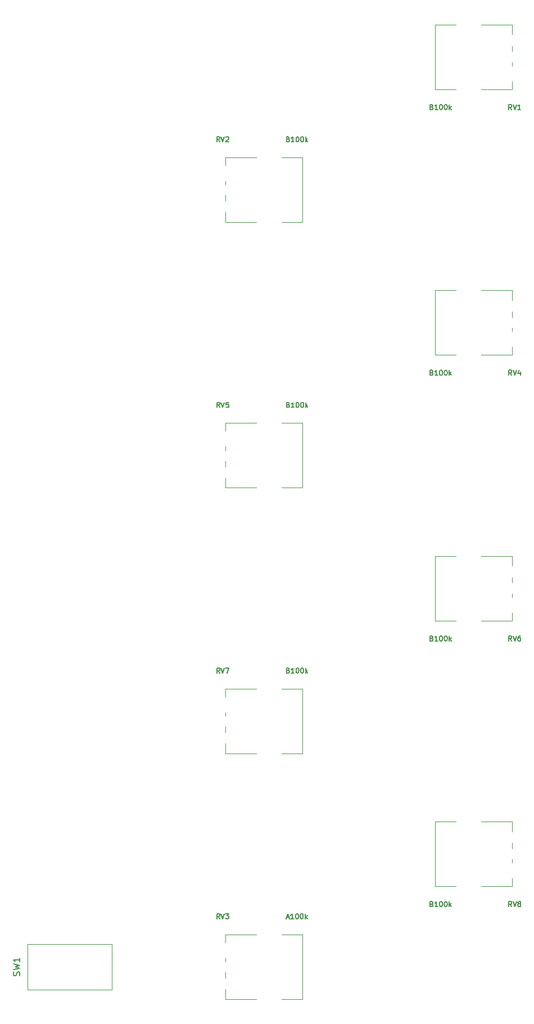
<source format=gbr>
%TF.GenerationSoftware,KiCad,Pcbnew,5.1.10-88a1d61d58~90~ubuntu20.04.1*%
%TF.CreationDate,2021-09-21T22:53:09-04:00*%
%TF.ProjectId,waveshaper,77617665-7368-4617-9065-722e6b696361,rev?*%
%TF.SameCoordinates,Original*%
%TF.FileFunction,Legend,Top*%
%TF.FilePolarity,Positive*%
%FSLAX46Y46*%
G04 Gerber Fmt 4.6, Leading zero omitted, Abs format (unit mm)*
G04 Created by KiCad (PCBNEW 5.1.10-88a1d61d58~90~ubuntu20.04.1) date 2021-09-21 22:53:09*
%MOMM*%
%LPD*%
G01*
G04 APERTURE LIST*
%ADD10C,0.120000*%
%ADD11C,0.150000*%
G04 APERTURE END LIST*
D10*
%TO.C,SW1*%
X94650000Y-162580000D02*
X94660000Y-162580000D01*
X94650000Y-169430000D02*
X94650000Y-162580000D01*
X107340000Y-169430000D02*
X94650000Y-169430000D01*
X107350000Y-162570000D02*
X107350000Y-169430000D01*
X94650000Y-162570000D02*
X107350000Y-162570000D01*
%TO.C,RV8*%
X156030000Y-144130000D02*
X156030000Y-153870000D01*
X167620000Y-144130000D02*
X167620000Y-145620000D01*
X159090000Y-144130000D02*
X156030000Y-144130000D01*
X167620000Y-153880000D02*
X162900000Y-153880000D01*
X159090000Y-153870000D02*
X156030000Y-153870000D01*
X167620000Y-144130000D02*
X162900000Y-144130000D01*
X167620000Y-152690000D02*
X167620000Y-153870000D01*
X167620000Y-149790000D02*
X167620000Y-150320000D01*
X167620000Y-147340000D02*
X167620000Y-148170000D01*
%TO.C,RV7*%
X135970000Y-133870000D02*
X135970000Y-124130000D01*
X124380000Y-133870000D02*
X124380000Y-132380000D01*
X132910000Y-133870000D02*
X135970000Y-133870000D01*
X124380000Y-124120000D02*
X129100000Y-124120000D01*
X132910000Y-124130000D02*
X135970000Y-124130000D01*
X124380000Y-133870000D02*
X129100000Y-133870000D01*
X124380000Y-125310000D02*
X124380000Y-124130000D01*
X124380000Y-128210000D02*
X124380000Y-127680000D01*
X124380000Y-130660000D02*
X124380000Y-129830000D01*
%TO.C,RV6*%
X156030000Y-104130000D02*
X156030000Y-113870000D01*
X167620000Y-104130000D02*
X167620000Y-105620000D01*
X159090000Y-104130000D02*
X156030000Y-104130000D01*
X167620000Y-113880000D02*
X162900000Y-113880000D01*
X159090000Y-113870000D02*
X156030000Y-113870000D01*
X167620000Y-104130000D02*
X162900000Y-104130000D01*
X167620000Y-112690000D02*
X167620000Y-113870000D01*
X167620000Y-109790000D02*
X167620000Y-110320000D01*
X167620000Y-107340000D02*
X167620000Y-108170000D01*
%TO.C,RV5*%
X135970000Y-93870000D02*
X135970000Y-84130000D01*
X124380000Y-93870000D02*
X124380000Y-92380000D01*
X132910000Y-93870000D02*
X135970000Y-93870000D01*
X124380000Y-84120000D02*
X129100000Y-84120000D01*
X132910000Y-84130000D02*
X135970000Y-84130000D01*
X124380000Y-93870000D02*
X129100000Y-93870000D01*
X124380000Y-85310000D02*
X124380000Y-84130000D01*
X124380000Y-88210000D02*
X124380000Y-87680000D01*
X124380000Y-90660000D02*
X124380000Y-89830000D01*
%TO.C,RV4*%
X156030000Y-64130000D02*
X156030000Y-73870000D01*
X167620000Y-64130000D02*
X167620000Y-65620000D01*
X159090000Y-64130000D02*
X156030000Y-64130000D01*
X167620000Y-73880000D02*
X162900000Y-73880000D01*
X159090000Y-73870000D02*
X156030000Y-73870000D01*
X167620000Y-64130000D02*
X162900000Y-64130000D01*
X167620000Y-72690000D02*
X167620000Y-73870000D01*
X167620000Y-69790000D02*
X167620000Y-70320000D01*
X167620000Y-67340000D02*
X167620000Y-68170000D01*
%TO.C,RV3*%
X135970000Y-170870000D02*
X135970000Y-161130000D01*
X124380000Y-170870000D02*
X124380000Y-169380000D01*
X132910000Y-170870000D02*
X135970000Y-170870000D01*
X124380000Y-161120000D02*
X129100000Y-161120000D01*
X132910000Y-161130000D02*
X135970000Y-161130000D01*
X124380000Y-170870000D02*
X129100000Y-170870000D01*
X124380000Y-162310000D02*
X124380000Y-161130000D01*
X124380000Y-165210000D02*
X124380000Y-164680000D01*
X124380000Y-167660000D02*
X124380000Y-166830000D01*
%TO.C,RV2*%
X135970000Y-53870000D02*
X135970000Y-44130000D01*
X124380000Y-53870000D02*
X124380000Y-52380000D01*
X132910000Y-53870000D02*
X135970000Y-53870000D01*
X124380000Y-44120000D02*
X129100000Y-44120000D01*
X132910000Y-44130000D02*
X135970000Y-44130000D01*
X124380000Y-53870000D02*
X129100000Y-53870000D01*
X124380000Y-45310000D02*
X124380000Y-44130000D01*
X124380000Y-48210000D02*
X124380000Y-47680000D01*
X124380000Y-50660000D02*
X124380000Y-49830000D01*
%TO.C,RV1*%
X156030000Y-24130000D02*
X156030000Y-33870000D01*
X167620000Y-24130000D02*
X167620000Y-25620000D01*
X159090000Y-24130000D02*
X156030000Y-24130000D01*
X167620000Y-33880000D02*
X162900000Y-33880000D01*
X159090000Y-33870000D02*
X156030000Y-33870000D01*
X167620000Y-24130000D02*
X162900000Y-24130000D01*
X167620000Y-32690000D02*
X167620000Y-33870000D01*
X167620000Y-29790000D02*
X167620000Y-30320000D01*
X167620000Y-27340000D02*
X167620000Y-28170000D01*
%TO.C,SW1*%
D11*
X93404761Y-167333333D02*
X93452380Y-167190476D01*
X93452380Y-166952380D01*
X93404761Y-166857142D01*
X93357142Y-166809523D01*
X93261904Y-166761904D01*
X93166666Y-166761904D01*
X93071428Y-166809523D01*
X93023809Y-166857142D01*
X92976190Y-166952380D01*
X92928571Y-167142857D01*
X92880952Y-167238095D01*
X92833333Y-167285714D01*
X92738095Y-167333333D01*
X92642857Y-167333333D01*
X92547619Y-167285714D01*
X92500000Y-167238095D01*
X92452380Y-167142857D01*
X92452380Y-166904761D01*
X92500000Y-166761904D01*
X92452380Y-166428571D02*
X93452380Y-166190476D01*
X92738095Y-166000000D01*
X93452380Y-165809523D01*
X92452380Y-165571428D01*
X93452380Y-164666666D02*
X93452380Y-165238095D01*
X93452380Y-164952380D02*
X92452380Y-164952380D01*
X92595238Y-165047619D01*
X92690476Y-165142857D01*
X92738095Y-165238095D01*
%TO.C,RV8*%
X167545571Y-156919285D02*
X167295571Y-156562142D01*
X167117000Y-156919285D02*
X167117000Y-156169285D01*
X167402714Y-156169285D01*
X167474142Y-156205000D01*
X167509857Y-156240714D01*
X167545571Y-156312142D01*
X167545571Y-156419285D01*
X167509857Y-156490714D01*
X167474142Y-156526428D01*
X167402714Y-156562142D01*
X167117000Y-156562142D01*
X167759857Y-156169285D02*
X168009857Y-156919285D01*
X168259857Y-156169285D01*
X168617000Y-156490714D02*
X168545571Y-156455000D01*
X168509857Y-156419285D01*
X168474142Y-156347857D01*
X168474142Y-156312142D01*
X168509857Y-156240714D01*
X168545571Y-156205000D01*
X168617000Y-156169285D01*
X168759857Y-156169285D01*
X168831285Y-156205000D01*
X168867000Y-156240714D01*
X168902714Y-156312142D01*
X168902714Y-156347857D01*
X168867000Y-156419285D01*
X168831285Y-156455000D01*
X168759857Y-156490714D01*
X168617000Y-156490714D01*
X168545571Y-156526428D01*
X168509857Y-156562142D01*
X168474142Y-156633571D01*
X168474142Y-156776428D01*
X168509857Y-156847857D01*
X168545571Y-156883571D01*
X168617000Y-156919285D01*
X168759857Y-156919285D01*
X168831285Y-156883571D01*
X168867000Y-156847857D01*
X168902714Y-156776428D01*
X168902714Y-156633571D01*
X168867000Y-156562142D01*
X168831285Y-156526428D01*
X168759857Y-156490714D01*
X155494571Y-156526428D02*
X155601714Y-156562142D01*
X155637428Y-156597857D01*
X155673142Y-156669285D01*
X155673142Y-156776428D01*
X155637428Y-156847857D01*
X155601714Y-156883571D01*
X155530285Y-156919285D01*
X155244571Y-156919285D01*
X155244571Y-156169285D01*
X155494571Y-156169285D01*
X155566000Y-156205000D01*
X155601714Y-156240714D01*
X155637428Y-156312142D01*
X155637428Y-156383571D01*
X155601714Y-156455000D01*
X155566000Y-156490714D01*
X155494571Y-156526428D01*
X155244571Y-156526428D01*
X156387428Y-156919285D02*
X155958857Y-156919285D01*
X156173142Y-156919285D02*
X156173142Y-156169285D01*
X156101714Y-156276428D01*
X156030285Y-156347857D01*
X155958857Y-156383571D01*
X156851714Y-156169285D02*
X156923142Y-156169285D01*
X156994571Y-156205000D01*
X157030285Y-156240714D01*
X157066000Y-156312142D01*
X157101714Y-156455000D01*
X157101714Y-156633571D01*
X157066000Y-156776428D01*
X157030285Y-156847857D01*
X156994571Y-156883571D01*
X156923142Y-156919285D01*
X156851714Y-156919285D01*
X156780285Y-156883571D01*
X156744571Y-156847857D01*
X156708857Y-156776428D01*
X156673142Y-156633571D01*
X156673142Y-156455000D01*
X156708857Y-156312142D01*
X156744571Y-156240714D01*
X156780285Y-156205000D01*
X156851714Y-156169285D01*
X157566000Y-156169285D02*
X157637428Y-156169285D01*
X157708857Y-156205000D01*
X157744571Y-156240714D01*
X157780285Y-156312142D01*
X157816000Y-156455000D01*
X157816000Y-156633571D01*
X157780285Y-156776428D01*
X157744571Y-156847857D01*
X157708857Y-156883571D01*
X157637428Y-156919285D01*
X157566000Y-156919285D01*
X157494571Y-156883571D01*
X157458857Y-156847857D01*
X157423142Y-156776428D01*
X157387428Y-156633571D01*
X157387428Y-156455000D01*
X157423142Y-156312142D01*
X157458857Y-156240714D01*
X157494571Y-156205000D01*
X157566000Y-156169285D01*
X158137428Y-156919285D02*
X158137428Y-156169285D01*
X158208857Y-156633571D02*
X158423142Y-156919285D01*
X158423142Y-156419285D02*
X158137428Y-156705000D01*
%TO.C,RV7*%
X123561571Y-121759285D02*
X123311571Y-121402142D01*
X123133000Y-121759285D02*
X123133000Y-121009285D01*
X123418714Y-121009285D01*
X123490142Y-121045000D01*
X123525857Y-121080714D01*
X123561571Y-121152142D01*
X123561571Y-121259285D01*
X123525857Y-121330714D01*
X123490142Y-121366428D01*
X123418714Y-121402142D01*
X123133000Y-121402142D01*
X123775857Y-121009285D02*
X124025857Y-121759285D01*
X124275857Y-121009285D01*
X124454428Y-121009285D02*
X124954428Y-121009285D01*
X124633000Y-121759285D01*
X133862571Y-121366428D02*
X133969714Y-121402142D01*
X134005428Y-121437857D01*
X134041142Y-121509285D01*
X134041142Y-121616428D01*
X134005428Y-121687857D01*
X133969714Y-121723571D01*
X133898285Y-121759285D01*
X133612571Y-121759285D01*
X133612571Y-121009285D01*
X133862571Y-121009285D01*
X133934000Y-121045000D01*
X133969714Y-121080714D01*
X134005428Y-121152142D01*
X134005428Y-121223571D01*
X133969714Y-121295000D01*
X133934000Y-121330714D01*
X133862571Y-121366428D01*
X133612571Y-121366428D01*
X134755428Y-121759285D02*
X134326857Y-121759285D01*
X134541142Y-121759285D02*
X134541142Y-121009285D01*
X134469714Y-121116428D01*
X134398285Y-121187857D01*
X134326857Y-121223571D01*
X135219714Y-121009285D02*
X135291142Y-121009285D01*
X135362571Y-121045000D01*
X135398285Y-121080714D01*
X135434000Y-121152142D01*
X135469714Y-121295000D01*
X135469714Y-121473571D01*
X135434000Y-121616428D01*
X135398285Y-121687857D01*
X135362571Y-121723571D01*
X135291142Y-121759285D01*
X135219714Y-121759285D01*
X135148285Y-121723571D01*
X135112571Y-121687857D01*
X135076857Y-121616428D01*
X135041142Y-121473571D01*
X135041142Y-121295000D01*
X135076857Y-121152142D01*
X135112571Y-121080714D01*
X135148285Y-121045000D01*
X135219714Y-121009285D01*
X135934000Y-121009285D02*
X136005428Y-121009285D01*
X136076857Y-121045000D01*
X136112571Y-121080714D01*
X136148285Y-121152142D01*
X136184000Y-121295000D01*
X136184000Y-121473571D01*
X136148285Y-121616428D01*
X136112571Y-121687857D01*
X136076857Y-121723571D01*
X136005428Y-121759285D01*
X135934000Y-121759285D01*
X135862571Y-121723571D01*
X135826857Y-121687857D01*
X135791142Y-121616428D01*
X135755428Y-121473571D01*
X135755428Y-121295000D01*
X135791142Y-121152142D01*
X135826857Y-121080714D01*
X135862571Y-121045000D01*
X135934000Y-121009285D01*
X136505428Y-121759285D02*
X136505428Y-121009285D01*
X136576857Y-121473571D02*
X136791142Y-121759285D01*
X136791142Y-121259285D02*
X136505428Y-121545000D01*
%TO.C,RV6*%
X167545571Y-116919285D02*
X167295571Y-116562142D01*
X167117000Y-116919285D02*
X167117000Y-116169285D01*
X167402714Y-116169285D01*
X167474142Y-116205000D01*
X167509857Y-116240714D01*
X167545571Y-116312142D01*
X167545571Y-116419285D01*
X167509857Y-116490714D01*
X167474142Y-116526428D01*
X167402714Y-116562142D01*
X167117000Y-116562142D01*
X167759857Y-116169285D02*
X168009857Y-116919285D01*
X168259857Y-116169285D01*
X168831285Y-116169285D02*
X168688428Y-116169285D01*
X168617000Y-116205000D01*
X168581285Y-116240714D01*
X168509857Y-116347857D01*
X168474142Y-116490714D01*
X168474142Y-116776428D01*
X168509857Y-116847857D01*
X168545571Y-116883571D01*
X168617000Y-116919285D01*
X168759857Y-116919285D01*
X168831285Y-116883571D01*
X168867000Y-116847857D01*
X168902714Y-116776428D01*
X168902714Y-116597857D01*
X168867000Y-116526428D01*
X168831285Y-116490714D01*
X168759857Y-116455000D01*
X168617000Y-116455000D01*
X168545571Y-116490714D01*
X168509857Y-116526428D01*
X168474142Y-116597857D01*
X155494571Y-116526428D02*
X155601714Y-116562142D01*
X155637428Y-116597857D01*
X155673142Y-116669285D01*
X155673142Y-116776428D01*
X155637428Y-116847857D01*
X155601714Y-116883571D01*
X155530285Y-116919285D01*
X155244571Y-116919285D01*
X155244571Y-116169285D01*
X155494571Y-116169285D01*
X155566000Y-116205000D01*
X155601714Y-116240714D01*
X155637428Y-116312142D01*
X155637428Y-116383571D01*
X155601714Y-116455000D01*
X155566000Y-116490714D01*
X155494571Y-116526428D01*
X155244571Y-116526428D01*
X156387428Y-116919285D02*
X155958857Y-116919285D01*
X156173142Y-116919285D02*
X156173142Y-116169285D01*
X156101714Y-116276428D01*
X156030285Y-116347857D01*
X155958857Y-116383571D01*
X156851714Y-116169285D02*
X156923142Y-116169285D01*
X156994571Y-116205000D01*
X157030285Y-116240714D01*
X157066000Y-116312142D01*
X157101714Y-116455000D01*
X157101714Y-116633571D01*
X157066000Y-116776428D01*
X157030285Y-116847857D01*
X156994571Y-116883571D01*
X156923142Y-116919285D01*
X156851714Y-116919285D01*
X156780285Y-116883571D01*
X156744571Y-116847857D01*
X156708857Y-116776428D01*
X156673142Y-116633571D01*
X156673142Y-116455000D01*
X156708857Y-116312142D01*
X156744571Y-116240714D01*
X156780285Y-116205000D01*
X156851714Y-116169285D01*
X157566000Y-116169285D02*
X157637428Y-116169285D01*
X157708857Y-116205000D01*
X157744571Y-116240714D01*
X157780285Y-116312142D01*
X157816000Y-116455000D01*
X157816000Y-116633571D01*
X157780285Y-116776428D01*
X157744571Y-116847857D01*
X157708857Y-116883571D01*
X157637428Y-116919285D01*
X157566000Y-116919285D01*
X157494571Y-116883571D01*
X157458857Y-116847857D01*
X157423142Y-116776428D01*
X157387428Y-116633571D01*
X157387428Y-116455000D01*
X157423142Y-116312142D01*
X157458857Y-116240714D01*
X157494571Y-116205000D01*
X157566000Y-116169285D01*
X158137428Y-116919285D02*
X158137428Y-116169285D01*
X158208857Y-116633571D02*
X158423142Y-116919285D01*
X158423142Y-116419285D02*
X158137428Y-116705000D01*
%TO.C,RV5*%
X123561571Y-81759285D02*
X123311571Y-81402142D01*
X123133000Y-81759285D02*
X123133000Y-81009285D01*
X123418714Y-81009285D01*
X123490142Y-81045000D01*
X123525857Y-81080714D01*
X123561571Y-81152142D01*
X123561571Y-81259285D01*
X123525857Y-81330714D01*
X123490142Y-81366428D01*
X123418714Y-81402142D01*
X123133000Y-81402142D01*
X123775857Y-81009285D02*
X124025857Y-81759285D01*
X124275857Y-81009285D01*
X124883000Y-81009285D02*
X124525857Y-81009285D01*
X124490142Y-81366428D01*
X124525857Y-81330714D01*
X124597285Y-81295000D01*
X124775857Y-81295000D01*
X124847285Y-81330714D01*
X124883000Y-81366428D01*
X124918714Y-81437857D01*
X124918714Y-81616428D01*
X124883000Y-81687857D01*
X124847285Y-81723571D01*
X124775857Y-81759285D01*
X124597285Y-81759285D01*
X124525857Y-81723571D01*
X124490142Y-81687857D01*
X133862571Y-81366428D02*
X133969714Y-81402142D01*
X134005428Y-81437857D01*
X134041142Y-81509285D01*
X134041142Y-81616428D01*
X134005428Y-81687857D01*
X133969714Y-81723571D01*
X133898285Y-81759285D01*
X133612571Y-81759285D01*
X133612571Y-81009285D01*
X133862571Y-81009285D01*
X133934000Y-81045000D01*
X133969714Y-81080714D01*
X134005428Y-81152142D01*
X134005428Y-81223571D01*
X133969714Y-81295000D01*
X133934000Y-81330714D01*
X133862571Y-81366428D01*
X133612571Y-81366428D01*
X134755428Y-81759285D02*
X134326857Y-81759285D01*
X134541142Y-81759285D02*
X134541142Y-81009285D01*
X134469714Y-81116428D01*
X134398285Y-81187857D01*
X134326857Y-81223571D01*
X135219714Y-81009285D02*
X135291142Y-81009285D01*
X135362571Y-81045000D01*
X135398285Y-81080714D01*
X135434000Y-81152142D01*
X135469714Y-81295000D01*
X135469714Y-81473571D01*
X135434000Y-81616428D01*
X135398285Y-81687857D01*
X135362571Y-81723571D01*
X135291142Y-81759285D01*
X135219714Y-81759285D01*
X135148285Y-81723571D01*
X135112571Y-81687857D01*
X135076857Y-81616428D01*
X135041142Y-81473571D01*
X135041142Y-81295000D01*
X135076857Y-81152142D01*
X135112571Y-81080714D01*
X135148285Y-81045000D01*
X135219714Y-81009285D01*
X135934000Y-81009285D02*
X136005428Y-81009285D01*
X136076857Y-81045000D01*
X136112571Y-81080714D01*
X136148285Y-81152142D01*
X136184000Y-81295000D01*
X136184000Y-81473571D01*
X136148285Y-81616428D01*
X136112571Y-81687857D01*
X136076857Y-81723571D01*
X136005428Y-81759285D01*
X135934000Y-81759285D01*
X135862571Y-81723571D01*
X135826857Y-81687857D01*
X135791142Y-81616428D01*
X135755428Y-81473571D01*
X135755428Y-81295000D01*
X135791142Y-81152142D01*
X135826857Y-81080714D01*
X135862571Y-81045000D01*
X135934000Y-81009285D01*
X136505428Y-81759285D02*
X136505428Y-81009285D01*
X136576857Y-81473571D02*
X136791142Y-81759285D01*
X136791142Y-81259285D02*
X136505428Y-81545000D01*
%TO.C,RV4*%
X167545571Y-76919285D02*
X167295571Y-76562142D01*
X167117000Y-76919285D02*
X167117000Y-76169285D01*
X167402714Y-76169285D01*
X167474142Y-76205000D01*
X167509857Y-76240714D01*
X167545571Y-76312142D01*
X167545571Y-76419285D01*
X167509857Y-76490714D01*
X167474142Y-76526428D01*
X167402714Y-76562142D01*
X167117000Y-76562142D01*
X167759857Y-76169285D02*
X168009857Y-76919285D01*
X168259857Y-76169285D01*
X168831285Y-76419285D02*
X168831285Y-76919285D01*
X168652714Y-76133571D02*
X168474142Y-76669285D01*
X168938428Y-76669285D01*
X155494571Y-76526428D02*
X155601714Y-76562142D01*
X155637428Y-76597857D01*
X155673142Y-76669285D01*
X155673142Y-76776428D01*
X155637428Y-76847857D01*
X155601714Y-76883571D01*
X155530285Y-76919285D01*
X155244571Y-76919285D01*
X155244571Y-76169285D01*
X155494571Y-76169285D01*
X155566000Y-76205000D01*
X155601714Y-76240714D01*
X155637428Y-76312142D01*
X155637428Y-76383571D01*
X155601714Y-76455000D01*
X155566000Y-76490714D01*
X155494571Y-76526428D01*
X155244571Y-76526428D01*
X156387428Y-76919285D02*
X155958857Y-76919285D01*
X156173142Y-76919285D02*
X156173142Y-76169285D01*
X156101714Y-76276428D01*
X156030285Y-76347857D01*
X155958857Y-76383571D01*
X156851714Y-76169285D02*
X156923142Y-76169285D01*
X156994571Y-76205000D01*
X157030285Y-76240714D01*
X157066000Y-76312142D01*
X157101714Y-76455000D01*
X157101714Y-76633571D01*
X157066000Y-76776428D01*
X157030285Y-76847857D01*
X156994571Y-76883571D01*
X156923142Y-76919285D01*
X156851714Y-76919285D01*
X156780285Y-76883571D01*
X156744571Y-76847857D01*
X156708857Y-76776428D01*
X156673142Y-76633571D01*
X156673142Y-76455000D01*
X156708857Y-76312142D01*
X156744571Y-76240714D01*
X156780285Y-76205000D01*
X156851714Y-76169285D01*
X157566000Y-76169285D02*
X157637428Y-76169285D01*
X157708857Y-76205000D01*
X157744571Y-76240714D01*
X157780285Y-76312142D01*
X157816000Y-76455000D01*
X157816000Y-76633571D01*
X157780285Y-76776428D01*
X157744571Y-76847857D01*
X157708857Y-76883571D01*
X157637428Y-76919285D01*
X157566000Y-76919285D01*
X157494571Y-76883571D01*
X157458857Y-76847857D01*
X157423142Y-76776428D01*
X157387428Y-76633571D01*
X157387428Y-76455000D01*
X157423142Y-76312142D01*
X157458857Y-76240714D01*
X157494571Y-76205000D01*
X157566000Y-76169285D01*
X158137428Y-76919285D02*
X158137428Y-76169285D01*
X158208857Y-76633571D02*
X158423142Y-76919285D01*
X158423142Y-76419285D02*
X158137428Y-76705000D01*
%TO.C,RV3*%
X123561571Y-158759285D02*
X123311571Y-158402142D01*
X123133000Y-158759285D02*
X123133000Y-158009285D01*
X123418714Y-158009285D01*
X123490142Y-158045000D01*
X123525857Y-158080714D01*
X123561571Y-158152142D01*
X123561571Y-158259285D01*
X123525857Y-158330714D01*
X123490142Y-158366428D01*
X123418714Y-158402142D01*
X123133000Y-158402142D01*
X123775857Y-158009285D02*
X124025857Y-158759285D01*
X124275857Y-158009285D01*
X124454428Y-158009285D02*
X124918714Y-158009285D01*
X124668714Y-158295000D01*
X124775857Y-158295000D01*
X124847285Y-158330714D01*
X124883000Y-158366428D01*
X124918714Y-158437857D01*
X124918714Y-158616428D01*
X124883000Y-158687857D01*
X124847285Y-158723571D01*
X124775857Y-158759285D01*
X124561571Y-158759285D01*
X124490142Y-158723571D01*
X124454428Y-158687857D01*
X133630428Y-158545000D02*
X133987571Y-158545000D01*
X133559000Y-158759285D02*
X133809000Y-158009285D01*
X134059000Y-158759285D01*
X134701857Y-158759285D02*
X134273285Y-158759285D01*
X134487571Y-158759285D02*
X134487571Y-158009285D01*
X134416142Y-158116428D01*
X134344714Y-158187857D01*
X134273285Y-158223571D01*
X135166142Y-158009285D02*
X135237571Y-158009285D01*
X135309000Y-158045000D01*
X135344714Y-158080714D01*
X135380428Y-158152142D01*
X135416142Y-158295000D01*
X135416142Y-158473571D01*
X135380428Y-158616428D01*
X135344714Y-158687857D01*
X135309000Y-158723571D01*
X135237571Y-158759285D01*
X135166142Y-158759285D01*
X135094714Y-158723571D01*
X135059000Y-158687857D01*
X135023285Y-158616428D01*
X134987571Y-158473571D01*
X134987571Y-158295000D01*
X135023285Y-158152142D01*
X135059000Y-158080714D01*
X135094714Y-158045000D01*
X135166142Y-158009285D01*
X135880428Y-158009285D02*
X135951857Y-158009285D01*
X136023285Y-158045000D01*
X136059000Y-158080714D01*
X136094714Y-158152142D01*
X136130428Y-158295000D01*
X136130428Y-158473571D01*
X136094714Y-158616428D01*
X136059000Y-158687857D01*
X136023285Y-158723571D01*
X135951857Y-158759285D01*
X135880428Y-158759285D01*
X135809000Y-158723571D01*
X135773285Y-158687857D01*
X135737571Y-158616428D01*
X135701857Y-158473571D01*
X135701857Y-158295000D01*
X135737571Y-158152142D01*
X135773285Y-158080714D01*
X135809000Y-158045000D01*
X135880428Y-158009285D01*
X136451857Y-158759285D02*
X136451857Y-158009285D01*
X136523285Y-158473571D02*
X136737571Y-158759285D01*
X136737571Y-158259285D02*
X136451857Y-158545000D01*
%TO.C,RV2*%
X123561571Y-41759285D02*
X123311571Y-41402142D01*
X123133000Y-41759285D02*
X123133000Y-41009285D01*
X123418714Y-41009285D01*
X123490142Y-41045000D01*
X123525857Y-41080714D01*
X123561571Y-41152142D01*
X123561571Y-41259285D01*
X123525857Y-41330714D01*
X123490142Y-41366428D01*
X123418714Y-41402142D01*
X123133000Y-41402142D01*
X123775857Y-41009285D02*
X124025857Y-41759285D01*
X124275857Y-41009285D01*
X124490142Y-41080714D02*
X124525857Y-41045000D01*
X124597285Y-41009285D01*
X124775857Y-41009285D01*
X124847285Y-41045000D01*
X124883000Y-41080714D01*
X124918714Y-41152142D01*
X124918714Y-41223571D01*
X124883000Y-41330714D01*
X124454428Y-41759285D01*
X124918714Y-41759285D01*
X133862571Y-41366428D02*
X133969714Y-41402142D01*
X134005428Y-41437857D01*
X134041142Y-41509285D01*
X134041142Y-41616428D01*
X134005428Y-41687857D01*
X133969714Y-41723571D01*
X133898285Y-41759285D01*
X133612571Y-41759285D01*
X133612571Y-41009285D01*
X133862571Y-41009285D01*
X133934000Y-41045000D01*
X133969714Y-41080714D01*
X134005428Y-41152142D01*
X134005428Y-41223571D01*
X133969714Y-41295000D01*
X133934000Y-41330714D01*
X133862571Y-41366428D01*
X133612571Y-41366428D01*
X134755428Y-41759285D02*
X134326857Y-41759285D01*
X134541142Y-41759285D02*
X134541142Y-41009285D01*
X134469714Y-41116428D01*
X134398285Y-41187857D01*
X134326857Y-41223571D01*
X135219714Y-41009285D02*
X135291142Y-41009285D01*
X135362571Y-41045000D01*
X135398285Y-41080714D01*
X135434000Y-41152142D01*
X135469714Y-41295000D01*
X135469714Y-41473571D01*
X135434000Y-41616428D01*
X135398285Y-41687857D01*
X135362571Y-41723571D01*
X135291142Y-41759285D01*
X135219714Y-41759285D01*
X135148285Y-41723571D01*
X135112571Y-41687857D01*
X135076857Y-41616428D01*
X135041142Y-41473571D01*
X135041142Y-41295000D01*
X135076857Y-41152142D01*
X135112571Y-41080714D01*
X135148285Y-41045000D01*
X135219714Y-41009285D01*
X135934000Y-41009285D02*
X136005428Y-41009285D01*
X136076857Y-41045000D01*
X136112571Y-41080714D01*
X136148285Y-41152142D01*
X136184000Y-41295000D01*
X136184000Y-41473571D01*
X136148285Y-41616428D01*
X136112571Y-41687857D01*
X136076857Y-41723571D01*
X136005428Y-41759285D01*
X135934000Y-41759285D01*
X135862571Y-41723571D01*
X135826857Y-41687857D01*
X135791142Y-41616428D01*
X135755428Y-41473571D01*
X135755428Y-41295000D01*
X135791142Y-41152142D01*
X135826857Y-41080714D01*
X135862571Y-41045000D01*
X135934000Y-41009285D01*
X136505428Y-41759285D02*
X136505428Y-41009285D01*
X136576857Y-41473571D02*
X136791142Y-41759285D01*
X136791142Y-41259285D02*
X136505428Y-41545000D01*
%TO.C,RV1*%
X167545571Y-36919285D02*
X167295571Y-36562142D01*
X167117000Y-36919285D02*
X167117000Y-36169285D01*
X167402714Y-36169285D01*
X167474142Y-36205000D01*
X167509857Y-36240714D01*
X167545571Y-36312142D01*
X167545571Y-36419285D01*
X167509857Y-36490714D01*
X167474142Y-36526428D01*
X167402714Y-36562142D01*
X167117000Y-36562142D01*
X167759857Y-36169285D02*
X168009857Y-36919285D01*
X168259857Y-36169285D01*
X168902714Y-36919285D02*
X168474142Y-36919285D01*
X168688428Y-36919285D02*
X168688428Y-36169285D01*
X168617000Y-36276428D01*
X168545571Y-36347857D01*
X168474142Y-36383571D01*
X155494571Y-36526428D02*
X155601714Y-36562142D01*
X155637428Y-36597857D01*
X155673142Y-36669285D01*
X155673142Y-36776428D01*
X155637428Y-36847857D01*
X155601714Y-36883571D01*
X155530285Y-36919285D01*
X155244571Y-36919285D01*
X155244571Y-36169285D01*
X155494571Y-36169285D01*
X155566000Y-36205000D01*
X155601714Y-36240714D01*
X155637428Y-36312142D01*
X155637428Y-36383571D01*
X155601714Y-36455000D01*
X155566000Y-36490714D01*
X155494571Y-36526428D01*
X155244571Y-36526428D01*
X156387428Y-36919285D02*
X155958857Y-36919285D01*
X156173142Y-36919285D02*
X156173142Y-36169285D01*
X156101714Y-36276428D01*
X156030285Y-36347857D01*
X155958857Y-36383571D01*
X156851714Y-36169285D02*
X156923142Y-36169285D01*
X156994571Y-36205000D01*
X157030285Y-36240714D01*
X157066000Y-36312142D01*
X157101714Y-36455000D01*
X157101714Y-36633571D01*
X157066000Y-36776428D01*
X157030285Y-36847857D01*
X156994571Y-36883571D01*
X156923142Y-36919285D01*
X156851714Y-36919285D01*
X156780285Y-36883571D01*
X156744571Y-36847857D01*
X156708857Y-36776428D01*
X156673142Y-36633571D01*
X156673142Y-36455000D01*
X156708857Y-36312142D01*
X156744571Y-36240714D01*
X156780285Y-36205000D01*
X156851714Y-36169285D01*
X157566000Y-36169285D02*
X157637428Y-36169285D01*
X157708857Y-36205000D01*
X157744571Y-36240714D01*
X157780285Y-36312142D01*
X157816000Y-36455000D01*
X157816000Y-36633571D01*
X157780285Y-36776428D01*
X157744571Y-36847857D01*
X157708857Y-36883571D01*
X157637428Y-36919285D01*
X157566000Y-36919285D01*
X157494571Y-36883571D01*
X157458857Y-36847857D01*
X157423142Y-36776428D01*
X157387428Y-36633571D01*
X157387428Y-36455000D01*
X157423142Y-36312142D01*
X157458857Y-36240714D01*
X157494571Y-36205000D01*
X157566000Y-36169285D01*
X158137428Y-36919285D02*
X158137428Y-36169285D01*
X158208857Y-36633571D02*
X158423142Y-36919285D01*
X158423142Y-36419285D02*
X158137428Y-36705000D01*
%TD*%
M02*

</source>
